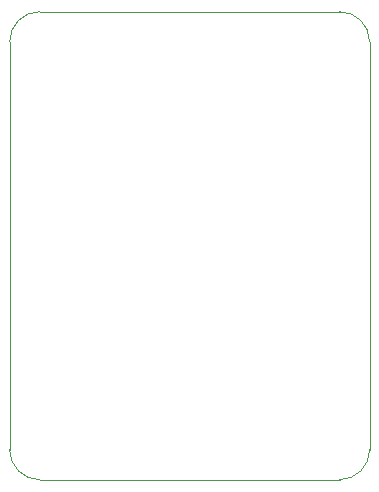
<source format=gbr>
%TF.GenerationSoftware,KiCad,Pcbnew,(6.0.1)*%
%TF.CreationDate,2022-12-10T14:53:13+08:00*%
%TF.ProjectId,ESP32_Adapter 2,45535033-325f-4416-9461-707465722032,rev?*%
%TF.SameCoordinates,Original*%
%TF.FileFunction,Profile,NP*%
%FSLAX46Y46*%
G04 Gerber Fmt 4.6, Leading zero omitted, Abs format (unit mm)*
G04 Created by KiCad (PCBNEW (6.0.1)) date 2022-12-10 14:53:13*
%MOMM*%
%LPD*%
G01*
G04 APERTURE LIST*
%TA.AperFunction,Profile*%
%ADD10C,0.100000*%
%TD*%
G04 APERTURE END LIST*
D10*
X88900000Y-36300500D02*
G75*
G03*
X86360000Y-33760500I-2540001J-1D01*
G01*
X86360000Y-33760500D02*
X60960000Y-33760500D01*
X88900000Y-70844500D02*
X88900000Y-36300500D01*
X86360000Y-73384500D02*
G75*
G03*
X88900000Y-70844500I-1J2540001D01*
G01*
X60960000Y-33760500D02*
G75*
G03*
X58420000Y-36300500I1J-2540001D01*
G01*
X58420000Y-36300500D02*
X58420000Y-70844500D01*
X60960000Y-73384500D02*
X86360000Y-73384500D01*
X58420000Y-70844500D02*
G75*
G03*
X60960000Y-73384500I2540001J1D01*
G01*
M02*

</source>
